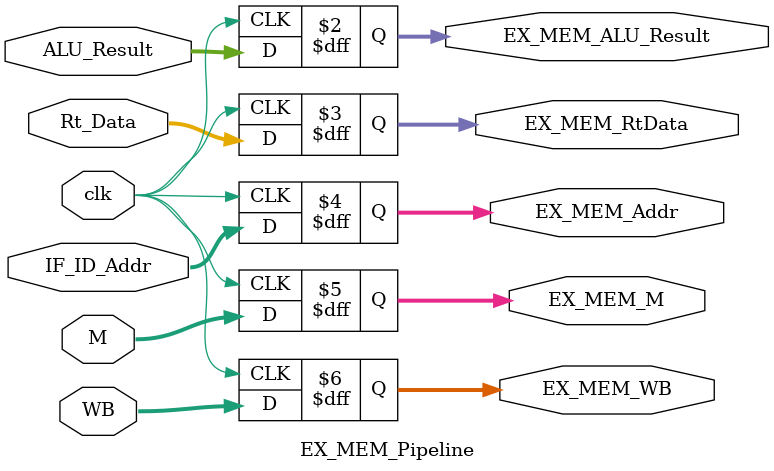
<source format=v>
module EX_MEM_Pipeline(
    //output
    output reg[31:0] EX_MEM_ALU_Result,
    output reg[31:0] EX_MEM_RtData,
    output reg[4:0] EX_MEM_Addr,
    output reg [1:0] EX_MEM_M,
    output reg [1:0]EX_MEM_WB,
    //input
    input [31:0] ALU_Result,
    input [31:0] Rt_Data,
    input [4:0] IF_ID_Addr,
    input [1:0] M,
    input [1:0]WB,
    input clk
);
always@(posedge clk)begin
    EX_MEM_ALU_Result <= ALU_Result;
    EX_MEM_Addr <= IF_ID_Addr;
    EX_MEM_RtData <= Rt_Data;
    EX_MEM_WB <= WB;
    EX_MEM_M <= M;
end
endmodule
</source>
